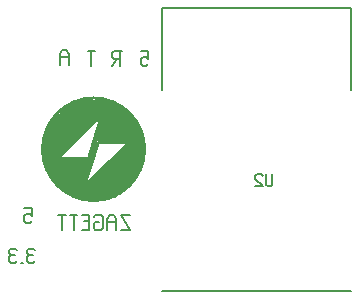
<source format=gbr>
G04 start of page 10 for group -4078 idx -4078 *
G04 Title: (unknown), bottomsilk *
G04 Creator: pcb 20140316 *
G04 CreationDate: Tue Dec  8 09:12:03 2015 UTC *
G04 For: clemi *
G04 Format: Gerber/RS-274X *
G04 PCB-Dimensions (mil): 1338.58 984.25 *
G04 PCB-Coordinate-Origin: lower left *
%MOIN*%
%FSLAX25Y25*%
%LNBOTTOMSILK*%
%ADD65C,0.0059*%
%ADD64C,0.0060*%
%ADD63C,0.0100*%
G54D63*X32506Y57677D02*X32480Y57703D01*
X32029Y55906D02*X31861Y55737D01*
X36220Y65551D02*X25394D01*
X38189Y64764D02*X23425D01*
X39764Y63780D02*X21654D01*
X42323Y61811D02*X19488D01*
X41142Y62795D02*X20472D01*
X43307Y60827D02*X18307D01*
X32440Y59843D02*X17323D01*
X31299Y58858D02*X16732D01*
X30512Y58071D02*X16339D01*
X29528Y57087D02*X15945D01*
X28543Y56102D02*X15354D01*
X15184Y43137D02*X15157Y43110D01*
X15420Y42389D02*X15354Y42323D01*
X15793Y41490D02*X15748Y41535D01*
X27362Y55118D02*X14961D01*
X26378Y54134D02*X14567D01*
X28937Y46457D02*X33465Y60827D01*
X18504Y46457D01*
X14579Y45681D02*X14567Y45669D01*
X14901Y44035D02*X14764Y43898D01*
X19094Y46457D02*X13976D01*
X29501Y43137D02*X15184D01*
X29265Y42389D02*X15420D01*
X28982Y41490D02*X15793D01*
X28686Y40551D02*X16339D01*
X28117Y39600D02*X17126Y39567D01*
X17733Y38796D02*X17717Y38780D01*
X28133Y38796D02*X17733D01*
X25197Y53150D02*X14370D01*
X24213Y52165D02*X13976D01*
X23425Y51181D02*X14173D01*
X22244Y50197D02*X13780D01*
X21260Y49213D02*X13976D01*
X20472Y48425D02*X14173D01*
X19488Y47441D02*X13976D01*
X30303Y45681D02*X14579D01*
X14370Y44882D02*X29724D01*
X29784Y44035D02*X14901D01*
X18504Y46457D02*X28937D01*
X31693Y52953D02*X29528Y45866D01*
X31316Y53937D02*X31299Y53954D01*
X29724Y44882D02*X29972Y44634D01*
X32283Y51969D02*X27756Y37598D01*
X42717Y51969D01*
X32846Y60236D02*X32762Y60152D01*
X43898Y60236D02*X32846D01*
X33206Y59646D02*X33040Y59480D01*
X44488Y59646D02*X33206D01*
X32874Y58661D02*X32804Y58731D01*
X45079Y58661D02*X32874D01*
X45669Y57677D02*X32506D01*
X46063Y56693D02*X32162D01*
X46457Y55906D02*X32029D01*
X46850Y54921D02*X31604D01*
X47047Y53937D02*X31316D01*
X47441Y52953D02*X30984D01*
X32283Y51969D02*X42717D01*
X41929Y51181D02*X47441D01*
X42323Y52165D02*X47441D01*
X40945Y50197D02*X47244D01*
X40157Y49409D02*X47441D01*
X39173Y48425D02*X47638D01*
X37992Y47441D02*X47244D01*
X37205Y46457D02*X47441D01*
X36220Y45472D02*X47047D01*
X35039Y44488D02*X46850D01*
X34055Y43504D02*X46457D01*
X32874Y42520D02*X46063D01*
X31890Y41535D02*X45472D01*
X30906Y40551D02*X45079D01*
X30118Y39764D02*X44685D01*
X28978Y38780D02*X44094D01*
X18307Y37795D02*X43110D01*
X20669Y35827D02*X40945D01*
X19291Y36811D02*X41929D01*
X22244Y34843D02*X39764D01*
X23819Y33858D02*X37992D01*
X25787Y33071D02*X36024D01*
X13780Y49409D02*G75*G03X30906Y32283I17126J0D01*G01*
X47835Y49409D02*G75*G03X30709Y66535I-17126J0D01*G01*
Y32283D02*G75*G03X47835Y49409I0J17126D01*G01*
X30906Y66535D02*G75*G03X13780Y49409I0J-17126D01*G01*
G54D64*X11220Y15690D02*X10610Y16300D01*
X9390D02*X10610D01*
X9390D02*X8780Y15690D01*
X9390Y11420D02*X8780Y12030D01*
X9390Y11420D02*X10610D01*
X11220Y12030D02*X10610Y11420D01*
X9390Y14104D02*X10610D01*
X8780Y14714D02*Y15690D01*
Y12030D02*Y13494D01*
X9390Y14104D01*
X8780Y14714D02*X9390Y14104D01*
X6706Y11420D02*X7316D01*
X5242Y15690D02*X4632Y16300D01*
X3412D02*X4632D01*
X3412D02*X2802Y15690D01*
X3412Y11420D02*X2802Y12030D01*
X3412Y11420D02*X4632D01*
X5242Y12030D02*X4632Y11420D01*
X3412Y14104D02*X4632D01*
X2802Y14714D02*Y15690D01*
Y12030D02*Y13494D01*
X3412Y14104D01*
X2802Y14714D02*X3412Y14104D01*
X7796Y29686D02*X10236D01*
Y27246D02*Y29686D01*
Y27246D02*X9626Y27856D01*
X8406D02*X9626D01*
X8406D02*X7796Y27246D01*
Y25416D02*Y27246D01*
X8406Y24806D02*X7796Y25416D01*
X8406Y24806D02*X9626D01*
X10236Y25416D02*X9626Y24806D01*
X39863Y27520D02*X42913D01*
Y22640D02*X39863Y27520D01*
Y22640D02*X42913D01*
X38399D02*Y26300D01*
X37545Y27520D01*
X36203D02*X37545D01*
X36203D02*X35349Y26300D01*
Y22640D02*Y26300D01*
Y25080D02*X38399D01*
X31445Y27520D02*X30835Y26910D01*
X31445Y27520D02*X33275D01*
X33885Y26910D02*X33275Y27520D01*
X33885Y23250D02*Y26910D01*
Y23250D02*X33275Y22640D01*
X31445D02*X33275D01*
X31445D02*X30835Y23250D01*
Y24470D01*
X31445Y25080D02*X30835Y24470D01*
X31445Y25080D02*X32665D01*
X27541Y25324D02*X29371D01*
X26931Y22640D02*X29371D01*
Y27520D01*
X26931D02*X29371D01*
X23027D02*X25467D01*
X24247Y22640D02*Y27520D01*
X19123D02*X21563D01*
X20343Y22640D02*Y27520D01*
X22638Y77561D02*Y81221D01*
X21784Y82441D01*
X20442D02*X21784D01*
X20442D02*X19588Y81221D01*
Y77561D02*Y81221D01*
Y80001D02*X22638D01*
X28859Y82048D02*X31299D01*
X30079Y77168D02*Y82048D01*
X37717D02*X40157D01*
X37717D02*X37107Y81438D01*
Y80218D02*Y81438D01*
X37717Y79608D02*X37107Y80218D01*
X37717Y79608D02*X39547D01*
Y77168D02*Y82048D01*
X38571Y79608D02*X37107Y77168D01*
X46576Y82048D02*X49016D01*
Y79608D02*Y82048D01*
Y79608D02*X48406Y80218D01*
X47186D02*X48406D01*
X47186D02*X46576Y79608D01*
Y77778D02*Y79608D01*
X47186Y77168D02*X46576Y77778D01*
X47186Y77168D02*X48406D01*
X49016Y77778D02*X48406Y77168D01*
G54D65*X53740Y2165D02*X116732D01*
Y96654D02*Y69094D01*
X53740Y96654D02*X116732D01*
X53740D02*Y69094D01*
G54D64*X90356Y37626D02*Y41126D01*
Y37626D02*X89856Y37126D01*
X88856D02*X89856D01*
X88856D02*X88356Y37626D01*
Y41126D01*
X87156Y40626D02*X86656Y41126D01*
X85156D02*X86656D01*
X85156D02*X84656Y40626D01*
Y39626D02*Y40626D01*
X87156Y37126D02*X84656Y39626D01*
Y37126D02*X87156D01*
M02*

</source>
